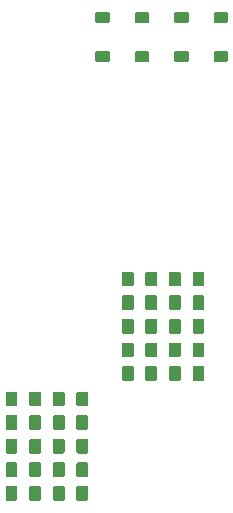
<source format=gbp>
G04 #@! TF.GenerationSoftware,KiCad,Pcbnew,8.0.2-8.0.2-0~ubuntu22.04.1*
G04 #@! TF.CreationDate,2024-05-18T17:29:29+00:00*
G04 #@! TF.ProjectId,uaefi,75616566-692e-46b6-9963-61645f706362,C*
G04 #@! TF.SameCoordinates,Original*
G04 #@! TF.FileFunction,Paste,Bot*
G04 #@! TF.FilePolarity,Positive*
%FSLAX46Y46*%
G04 Gerber Fmt 4.6, Leading zero omitted, Abs format (unit mm)*
G04 Created by KiCad (PCBNEW 8.0.2-8.0.2-0~ubuntu22.04.1) date 2024-05-18 17:29:29*
%MOMM*%
%LPD*%
G01*
G04 APERTURE LIST*
G04 APERTURE END LIST*
G04 #@! TO.C,C10*
G36*
G01*
X16637000Y76825000D02*
X16637000Y77875000D01*
G75*
G02*
X16737000Y77975000I100000J0D01*
G01*
X17537000Y77975000D01*
G75*
G02*
X17637000Y77875000I0J-100000D01*
G01*
X17637000Y76825000D01*
G75*
G02*
X17537000Y76725000I-100000J0D01*
G01*
X16737000Y76725000D01*
G75*
G02*
X16637000Y76825000I0J100000D01*
G01*
G37*
G36*
G01*
X18637000Y76825000D02*
X18637000Y77875000D01*
G75*
G02*
X18737000Y77975000I100000J0D01*
G01*
X19537000Y77975000D01*
G75*
G02*
X19637000Y77875000I0J-100000D01*
G01*
X19637000Y76825000D01*
G75*
G02*
X19537000Y76725000I-100000J0D01*
G01*
X18737000Y76725000D01*
G75*
G02*
X18637000Y76825000I0J100000D01*
G01*
G37*
G04 #@! TD*
G04 #@! TO.C,D4*
G36*
G01*
X15512000Y103725000D02*
X14492000Y103725000D01*
G75*
G02*
X14402000Y103815000I0J90000D01*
G01*
X14402000Y104535000D01*
G75*
G02*
X14492000Y104625000I90000J0D01*
G01*
X15512000Y104625000D01*
G75*
G02*
X15602000Y104535000I0J-90000D01*
G01*
X15602000Y103815000D01*
G75*
G02*
X15512000Y103725000I-90000J0D01*
G01*
G37*
G36*
G01*
X15512000Y107025000D02*
X14492000Y107025000D01*
G75*
G02*
X14402000Y107115000I0J90000D01*
G01*
X14402000Y107835000D01*
G75*
G02*
X14492000Y107925000I90000J0D01*
G01*
X15512000Y107925000D01*
G75*
G02*
X15602000Y107835000I0J-90000D01*
G01*
X15602000Y107115000D01*
G75*
G02*
X15512000Y107025000I-90000J0D01*
G01*
G37*
G04 #@! TD*
G04 #@! TO.C,C7*
G36*
G01*
X16637000Y82825000D02*
X16637000Y83875000D01*
G75*
G02*
X16737000Y83975000I100000J0D01*
G01*
X17537000Y83975000D01*
G75*
G02*
X17637000Y83875000I0J-100000D01*
G01*
X17637000Y82825000D01*
G75*
G02*
X17537000Y82725000I-100000J0D01*
G01*
X16737000Y82725000D01*
G75*
G02*
X16637000Y82825000I0J100000D01*
G01*
G37*
G36*
G01*
X18637000Y82825000D02*
X18637000Y83875000D01*
G75*
G02*
X18737000Y83975000I100000J0D01*
G01*
X19537000Y83975000D01*
G75*
G02*
X19637000Y83875000I0J-100000D01*
G01*
X19637000Y82825000D01*
G75*
G02*
X19537000Y82725000I-100000J0D01*
G01*
X18737000Y82725000D01*
G75*
G02*
X18637000Y82825000I0J100000D01*
G01*
G37*
G04 #@! TD*
G04 #@! TO.C,C17*
G36*
G01*
X13802000Y69725000D02*
X13802000Y68675000D01*
G75*
G02*
X13702000Y68575000I-100000J0D01*
G01*
X12902000Y68575000D01*
G75*
G02*
X12802000Y68675000I0J100000D01*
G01*
X12802000Y69725000D01*
G75*
G02*
X12902000Y69825000I100000J0D01*
G01*
X13702000Y69825000D01*
G75*
G02*
X13802000Y69725000I0J-100000D01*
G01*
G37*
G36*
G01*
X11802000Y69725000D02*
X11802000Y68675000D01*
G75*
G02*
X11702000Y68575000I-100000J0D01*
G01*
X10902000Y68575000D01*
G75*
G02*
X10802000Y68675000I0J100000D01*
G01*
X10802000Y69725000D01*
G75*
G02*
X10902000Y69825000I100000J0D01*
G01*
X11702000Y69825000D01*
G75*
G02*
X11802000Y69725000I0J-100000D01*
G01*
G37*
G04 #@! TD*
G04 #@! TO.C,C3*
G36*
G01*
X23637000Y81875000D02*
X23637000Y80825000D01*
G75*
G02*
X23537000Y80725000I-100000J0D01*
G01*
X22737000Y80725000D01*
G75*
G02*
X22637000Y80825000I0J100000D01*
G01*
X22637000Y81875000D01*
G75*
G02*
X22737000Y81975000I100000J0D01*
G01*
X23537000Y81975000D01*
G75*
G02*
X23637000Y81875000I0J-100000D01*
G01*
G37*
G36*
G01*
X21637000Y81875000D02*
X21637000Y80825000D01*
G75*
G02*
X21537000Y80725000I-100000J0D01*
G01*
X20737000Y80725000D01*
G75*
G02*
X20637000Y80825000I0J100000D01*
G01*
X20637000Y81875000D01*
G75*
G02*
X20737000Y81975000I100000J0D01*
G01*
X21537000Y81975000D01*
G75*
G02*
X21637000Y81875000I0J-100000D01*
G01*
G37*
G04 #@! TD*
G04 #@! TO.C,C23*
G36*
G01*
X6802000Y66675000D02*
X6802000Y67725000D01*
G75*
G02*
X6902000Y67825000I100000J0D01*
G01*
X7702000Y67825000D01*
G75*
G02*
X7802000Y67725000I0J-100000D01*
G01*
X7802000Y66675000D01*
G75*
G02*
X7702000Y66575000I-100000J0D01*
G01*
X6902000Y66575000D01*
G75*
G02*
X6802000Y66675000I0J100000D01*
G01*
G37*
G36*
G01*
X8802000Y66675000D02*
X8802000Y67725000D01*
G75*
G02*
X8902000Y67825000I100000J0D01*
G01*
X9702000Y67825000D01*
G75*
G02*
X9802000Y67725000I0J-100000D01*
G01*
X9802000Y66675000D01*
G75*
G02*
X9702000Y66575000I-100000J0D01*
G01*
X8902000Y66575000D01*
G75*
G02*
X8802000Y66675000I0J100000D01*
G01*
G37*
G04 #@! TD*
G04 #@! TO.C,C1*
G36*
G01*
X23637000Y85875000D02*
X23637000Y84825000D01*
G75*
G02*
X23537000Y84725000I-100000J0D01*
G01*
X22737000Y84725000D01*
G75*
G02*
X22637000Y84825000I0J100000D01*
G01*
X22637000Y85875000D01*
G75*
G02*
X22737000Y85975000I100000J0D01*
G01*
X23537000Y85975000D01*
G75*
G02*
X23637000Y85875000I0J-100000D01*
G01*
G37*
G36*
G01*
X21637000Y85875000D02*
X21637000Y84825000D01*
G75*
G02*
X21537000Y84725000I-100000J0D01*
G01*
X20737000Y84725000D01*
G75*
G02*
X20637000Y84825000I0J100000D01*
G01*
X20637000Y85875000D01*
G75*
G02*
X20737000Y85975000I100000J0D01*
G01*
X21537000Y85975000D01*
G75*
G02*
X21637000Y85875000I0J-100000D01*
G01*
G37*
G04 #@! TD*
G04 #@! TO.C,C14*
G36*
G01*
X13802000Y75725000D02*
X13802000Y74675000D01*
G75*
G02*
X13702000Y74575000I-100000J0D01*
G01*
X12902000Y74575000D01*
G75*
G02*
X12802000Y74675000I0J100000D01*
G01*
X12802000Y75725000D01*
G75*
G02*
X12902000Y75825000I100000J0D01*
G01*
X13702000Y75825000D01*
G75*
G02*
X13802000Y75725000I0J-100000D01*
G01*
G37*
G36*
G01*
X11802000Y75725000D02*
X11802000Y74675000D01*
G75*
G02*
X11702000Y74575000I-100000J0D01*
G01*
X10902000Y74575000D01*
G75*
G02*
X10802000Y74675000I0J100000D01*
G01*
X10802000Y75725000D01*
G75*
G02*
X10902000Y75825000I100000J0D01*
G01*
X11702000Y75825000D01*
G75*
G02*
X11802000Y75725000I0J-100000D01*
G01*
G37*
G04 #@! TD*
G04 #@! TO.C,C19*
G36*
G01*
X6802000Y74675000D02*
X6802000Y75725000D01*
G75*
G02*
X6902000Y75825000I100000J0D01*
G01*
X7702000Y75825000D01*
G75*
G02*
X7802000Y75725000I0J-100000D01*
G01*
X7802000Y74675000D01*
G75*
G02*
X7702000Y74575000I-100000J0D01*
G01*
X6902000Y74575000D01*
G75*
G02*
X6802000Y74675000I0J100000D01*
G01*
G37*
G36*
G01*
X8802000Y74675000D02*
X8802000Y75725000D01*
G75*
G02*
X8902000Y75825000I100000J0D01*
G01*
X9702000Y75825000D01*
G75*
G02*
X9802000Y75725000I0J-100000D01*
G01*
X9802000Y74675000D01*
G75*
G02*
X9702000Y74575000I-100000J0D01*
G01*
X8902000Y74575000D01*
G75*
G02*
X8802000Y74675000I0J100000D01*
G01*
G37*
G04 #@! TD*
G04 #@! TO.C,C4*
G36*
G01*
X23637000Y79875000D02*
X23637000Y78825000D01*
G75*
G02*
X23537000Y78725000I-100000J0D01*
G01*
X22737000Y78725000D01*
G75*
G02*
X22637000Y78825000I0J100000D01*
G01*
X22637000Y79875000D01*
G75*
G02*
X22737000Y79975000I100000J0D01*
G01*
X23537000Y79975000D01*
G75*
G02*
X23637000Y79875000I0J-100000D01*
G01*
G37*
G36*
G01*
X21637000Y79875000D02*
X21637000Y78825000D01*
G75*
G02*
X21537000Y78725000I-100000J0D01*
G01*
X20737000Y78725000D01*
G75*
G02*
X20637000Y78825000I0J100000D01*
G01*
X20637000Y79875000D01*
G75*
G02*
X20737000Y79975000I100000J0D01*
G01*
X21537000Y79975000D01*
G75*
G02*
X21637000Y79875000I0J-100000D01*
G01*
G37*
G04 #@! TD*
G04 #@! TO.C,D2*
G36*
G01*
X22212000Y103725000D02*
X21192000Y103725000D01*
G75*
G02*
X21102000Y103815000I0J90000D01*
G01*
X21102000Y104535000D01*
G75*
G02*
X21192000Y104625000I90000J0D01*
G01*
X22212000Y104625000D01*
G75*
G02*
X22302000Y104535000I0J-90000D01*
G01*
X22302000Y103815000D01*
G75*
G02*
X22212000Y103725000I-90000J0D01*
G01*
G37*
G36*
G01*
X22212000Y107025000D02*
X21192000Y107025000D01*
G75*
G02*
X21102000Y107115000I0J90000D01*
G01*
X21102000Y107835000D01*
G75*
G02*
X21192000Y107925000I90000J0D01*
G01*
X22212000Y107925000D01*
G75*
G02*
X22302000Y107835000I0J-90000D01*
G01*
X22302000Y107115000D01*
G75*
G02*
X22212000Y107025000I-90000J0D01*
G01*
G37*
G04 #@! TD*
G04 #@! TO.C,C21*
G36*
G01*
X6802000Y70675000D02*
X6802000Y71725000D01*
G75*
G02*
X6902000Y71825000I100000J0D01*
G01*
X7702000Y71825000D01*
G75*
G02*
X7802000Y71725000I0J-100000D01*
G01*
X7802000Y70675000D01*
G75*
G02*
X7702000Y70575000I-100000J0D01*
G01*
X6902000Y70575000D01*
G75*
G02*
X6802000Y70675000I0J100000D01*
G01*
G37*
G36*
G01*
X8802000Y70675000D02*
X8802000Y71725000D01*
G75*
G02*
X8902000Y71825000I100000J0D01*
G01*
X9702000Y71825000D01*
G75*
G02*
X9802000Y71725000I0J-100000D01*
G01*
X9802000Y70675000D01*
G75*
G02*
X9702000Y70575000I-100000J0D01*
G01*
X8902000Y70575000D01*
G75*
G02*
X8802000Y70675000I0J100000D01*
G01*
G37*
G04 #@! TD*
G04 #@! TO.C,C16*
G36*
G01*
X13802000Y71725000D02*
X13802000Y70675000D01*
G75*
G02*
X13702000Y70575000I-100000J0D01*
G01*
X12902000Y70575000D01*
G75*
G02*
X12802000Y70675000I0J100000D01*
G01*
X12802000Y71725000D01*
G75*
G02*
X12902000Y71825000I100000J0D01*
G01*
X13702000Y71825000D01*
G75*
G02*
X13802000Y71725000I0J-100000D01*
G01*
G37*
G36*
G01*
X11802000Y71725000D02*
X11802000Y70675000D01*
G75*
G02*
X11702000Y70575000I-100000J0D01*
G01*
X10902000Y70575000D01*
G75*
G02*
X10802000Y70675000I0J100000D01*
G01*
X10802000Y71725000D01*
G75*
G02*
X10902000Y71825000I100000J0D01*
G01*
X11702000Y71825000D01*
G75*
G02*
X11802000Y71725000I0J-100000D01*
G01*
G37*
G04 #@! TD*
G04 #@! TO.C,C22*
G36*
G01*
X6802000Y68675000D02*
X6802000Y69725000D01*
G75*
G02*
X6902000Y69825000I100000J0D01*
G01*
X7702000Y69825000D01*
G75*
G02*
X7802000Y69725000I0J-100000D01*
G01*
X7802000Y68675000D01*
G75*
G02*
X7702000Y68575000I-100000J0D01*
G01*
X6902000Y68575000D01*
G75*
G02*
X6802000Y68675000I0J100000D01*
G01*
G37*
G36*
G01*
X8802000Y68675000D02*
X8802000Y69725000D01*
G75*
G02*
X8902000Y69825000I100000J0D01*
G01*
X9702000Y69825000D01*
G75*
G02*
X9802000Y69725000I0J-100000D01*
G01*
X9802000Y68675000D01*
G75*
G02*
X9702000Y68575000I-100000J0D01*
G01*
X8902000Y68575000D01*
G75*
G02*
X8802000Y68675000I0J100000D01*
G01*
G37*
G04 #@! TD*
G04 #@! TO.C,D3*
G36*
G01*
X25537000Y103725000D02*
X24517000Y103725000D01*
G75*
G02*
X24427000Y103815000I0J90000D01*
G01*
X24427000Y104535000D01*
G75*
G02*
X24517000Y104625000I90000J0D01*
G01*
X25537000Y104625000D01*
G75*
G02*
X25627000Y104535000I0J-90000D01*
G01*
X25627000Y103815000D01*
G75*
G02*
X25537000Y103725000I-90000J0D01*
G01*
G37*
G36*
G01*
X25537000Y107025000D02*
X24517000Y107025000D01*
G75*
G02*
X24427000Y107115000I0J90000D01*
G01*
X24427000Y107835000D01*
G75*
G02*
X24517000Y107925000I90000J0D01*
G01*
X25537000Y107925000D01*
G75*
G02*
X25627000Y107835000I0J-90000D01*
G01*
X25627000Y107115000D01*
G75*
G02*
X25537000Y107025000I-90000J0D01*
G01*
G37*
G04 #@! TD*
G04 #@! TO.C,C5*
G36*
G01*
X23637000Y77875000D02*
X23637000Y76825000D01*
G75*
G02*
X23537000Y76725000I-100000J0D01*
G01*
X22737000Y76725000D01*
G75*
G02*
X22637000Y76825000I0J100000D01*
G01*
X22637000Y77875000D01*
G75*
G02*
X22737000Y77975000I100000J0D01*
G01*
X23537000Y77975000D01*
G75*
G02*
X23637000Y77875000I0J-100000D01*
G01*
G37*
G36*
G01*
X21637000Y77875000D02*
X21637000Y76825000D01*
G75*
G02*
X21537000Y76725000I-100000J0D01*
G01*
X20737000Y76725000D01*
G75*
G02*
X20637000Y76825000I0J100000D01*
G01*
X20637000Y77875000D01*
G75*
G02*
X20737000Y77975000I100000J0D01*
G01*
X21537000Y77975000D01*
G75*
G02*
X21637000Y77875000I0J-100000D01*
G01*
G37*
G04 #@! TD*
G04 #@! TO.C,C15*
G36*
G01*
X13802000Y73725000D02*
X13802000Y72675000D01*
G75*
G02*
X13702000Y72575000I-100000J0D01*
G01*
X12902000Y72575000D01*
G75*
G02*
X12802000Y72675000I0J100000D01*
G01*
X12802000Y73725000D01*
G75*
G02*
X12902000Y73825000I100000J0D01*
G01*
X13702000Y73825000D01*
G75*
G02*
X13802000Y73725000I0J-100000D01*
G01*
G37*
G36*
G01*
X11802000Y73725000D02*
X11802000Y72675000D01*
G75*
G02*
X11702000Y72575000I-100000J0D01*
G01*
X10902000Y72575000D01*
G75*
G02*
X10802000Y72675000I0J100000D01*
G01*
X10802000Y73725000D01*
G75*
G02*
X10902000Y73825000I100000J0D01*
G01*
X11702000Y73825000D01*
G75*
G02*
X11802000Y73725000I0J-100000D01*
G01*
G37*
G04 #@! TD*
G04 #@! TO.C,C8*
G36*
G01*
X16637000Y80825000D02*
X16637000Y81875000D01*
G75*
G02*
X16737000Y81975000I100000J0D01*
G01*
X17537000Y81975000D01*
G75*
G02*
X17637000Y81875000I0J-100000D01*
G01*
X17637000Y80825000D01*
G75*
G02*
X17537000Y80725000I-100000J0D01*
G01*
X16737000Y80725000D01*
G75*
G02*
X16637000Y80825000I0J100000D01*
G01*
G37*
G36*
G01*
X18637000Y80825000D02*
X18637000Y81875000D01*
G75*
G02*
X18737000Y81975000I100000J0D01*
G01*
X19537000Y81975000D01*
G75*
G02*
X19637000Y81875000I0J-100000D01*
G01*
X19637000Y80825000D01*
G75*
G02*
X19537000Y80725000I-100000J0D01*
G01*
X18737000Y80725000D01*
G75*
G02*
X18637000Y80825000I0J100000D01*
G01*
G37*
G04 #@! TD*
G04 #@! TO.C,C9*
G36*
G01*
X16637000Y78825000D02*
X16637000Y79875000D01*
G75*
G02*
X16737000Y79975000I100000J0D01*
G01*
X17537000Y79975000D01*
G75*
G02*
X17637000Y79875000I0J-100000D01*
G01*
X17637000Y78825000D01*
G75*
G02*
X17537000Y78725000I-100000J0D01*
G01*
X16737000Y78725000D01*
G75*
G02*
X16637000Y78825000I0J100000D01*
G01*
G37*
G36*
G01*
X18637000Y78825000D02*
X18637000Y79875000D01*
G75*
G02*
X18737000Y79975000I100000J0D01*
G01*
X19537000Y79975000D01*
G75*
G02*
X19637000Y79875000I0J-100000D01*
G01*
X19637000Y78825000D01*
G75*
G02*
X19537000Y78725000I-100000J0D01*
G01*
X18737000Y78725000D01*
G75*
G02*
X18637000Y78825000I0J100000D01*
G01*
G37*
G04 #@! TD*
G04 #@! TO.C,C6*
G36*
G01*
X16637000Y84825000D02*
X16637000Y85875000D01*
G75*
G02*
X16737000Y85975000I100000J0D01*
G01*
X17537000Y85975000D01*
G75*
G02*
X17637000Y85875000I0J-100000D01*
G01*
X17637000Y84825000D01*
G75*
G02*
X17537000Y84725000I-100000J0D01*
G01*
X16737000Y84725000D01*
G75*
G02*
X16637000Y84825000I0J100000D01*
G01*
G37*
G36*
G01*
X18637000Y84825000D02*
X18637000Y85875000D01*
G75*
G02*
X18737000Y85975000I100000J0D01*
G01*
X19537000Y85975000D01*
G75*
G02*
X19637000Y85875000I0J-100000D01*
G01*
X19637000Y84825000D01*
G75*
G02*
X19537000Y84725000I-100000J0D01*
G01*
X18737000Y84725000D01*
G75*
G02*
X18637000Y84825000I0J100000D01*
G01*
G37*
G04 #@! TD*
G04 #@! TO.C,D5*
G36*
G01*
X18862000Y103725000D02*
X17842000Y103725000D01*
G75*
G02*
X17752000Y103815000I0J90000D01*
G01*
X17752000Y104535000D01*
G75*
G02*
X17842000Y104625000I90000J0D01*
G01*
X18862000Y104625000D01*
G75*
G02*
X18952000Y104535000I0J-90000D01*
G01*
X18952000Y103815000D01*
G75*
G02*
X18862000Y103725000I-90000J0D01*
G01*
G37*
G36*
G01*
X18862000Y107025000D02*
X17842000Y107025000D01*
G75*
G02*
X17752000Y107115000I0J90000D01*
G01*
X17752000Y107835000D01*
G75*
G02*
X17842000Y107925000I90000J0D01*
G01*
X18862000Y107925000D01*
G75*
G02*
X18952000Y107835000I0J-90000D01*
G01*
X18952000Y107115000D01*
G75*
G02*
X18862000Y107025000I-90000J0D01*
G01*
G37*
G04 #@! TD*
G04 #@! TO.C,C2*
G36*
G01*
X23637000Y83875000D02*
X23637000Y82825000D01*
G75*
G02*
X23537000Y82725000I-100000J0D01*
G01*
X22737000Y82725000D01*
G75*
G02*
X22637000Y82825000I0J100000D01*
G01*
X22637000Y83875000D01*
G75*
G02*
X22737000Y83975000I100000J0D01*
G01*
X23537000Y83975000D01*
G75*
G02*
X23637000Y83875000I0J-100000D01*
G01*
G37*
G36*
G01*
X21637000Y83875000D02*
X21637000Y82825000D01*
G75*
G02*
X21537000Y82725000I-100000J0D01*
G01*
X20737000Y82725000D01*
G75*
G02*
X20637000Y82825000I0J100000D01*
G01*
X20637000Y83875000D01*
G75*
G02*
X20737000Y83975000I100000J0D01*
G01*
X21537000Y83975000D01*
G75*
G02*
X21637000Y83875000I0J-100000D01*
G01*
G37*
G04 #@! TD*
G04 #@! TO.C,C18*
G36*
G01*
X13802000Y67725000D02*
X13802000Y66675000D01*
G75*
G02*
X13702000Y66575000I-100000J0D01*
G01*
X12902000Y66575000D01*
G75*
G02*
X12802000Y66675000I0J100000D01*
G01*
X12802000Y67725000D01*
G75*
G02*
X12902000Y67825000I100000J0D01*
G01*
X13702000Y67825000D01*
G75*
G02*
X13802000Y67725000I0J-100000D01*
G01*
G37*
G36*
G01*
X11802000Y67725000D02*
X11802000Y66675000D01*
G75*
G02*
X11702000Y66575000I-100000J0D01*
G01*
X10902000Y66575000D01*
G75*
G02*
X10802000Y66675000I0J100000D01*
G01*
X10802000Y67725000D01*
G75*
G02*
X10902000Y67825000I100000J0D01*
G01*
X11702000Y67825000D01*
G75*
G02*
X11802000Y67725000I0J-100000D01*
G01*
G37*
G04 #@! TD*
G04 #@! TO.C,C20*
G36*
G01*
X6802000Y72675000D02*
X6802000Y73725000D01*
G75*
G02*
X6902000Y73825000I100000J0D01*
G01*
X7702000Y73825000D01*
G75*
G02*
X7802000Y73725000I0J-100000D01*
G01*
X7802000Y72675000D01*
G75*
G02*
X7702000Y72575000I-100000J0D01*
G01*
X6902000Y72575000D01*
G75*
G02*
X6802000Y72675000I0J100000D01*
G01*
G37*
G36*
G01*
X8802000Y72675000D02*
X8802000Y73725000D01*
G75*
G02*
X8902000Y73825000I100000J0D01*
G01*
X9702000Y73825000D01*
G75*
G02*
X9802000Y73725000I0J-100000D01*
G01*
X9802000Y72675000D01*
G75*
G02*
X9702000Y72575000I-100000J0D01*
G01*
X8902000Y72575000D01*
G75*
G02*
X8802000Y72675000I0J100000D01*
G01*
G37*
G04 #@! TD*
M02*

</source>
